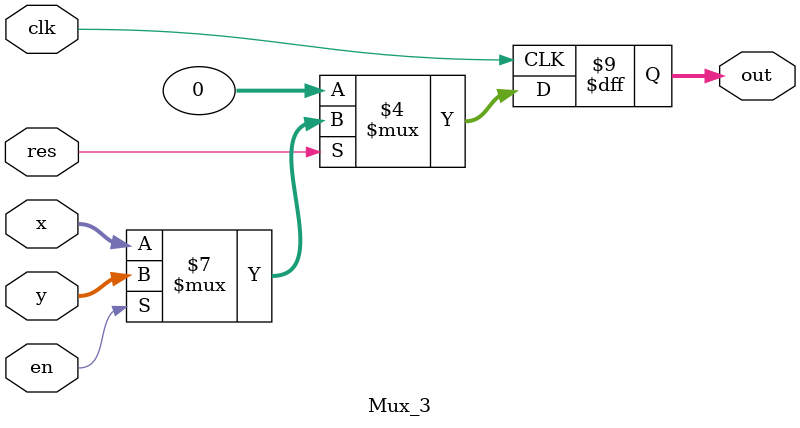
<source format=v>
`timescale 1ns / 1ps


module Mux_3 (clk, res, x, y, en, out);
    input clk, res, en;
    input [31:0] x, y;
    output reg [31:0] out;
    
    always @(posedge clk) begin
      begin
      if(en)
        out = y;
      else
        out = x;
      end
      begin
      if(!res)
        out = 0;
      end
    end
endmodule

</source>
